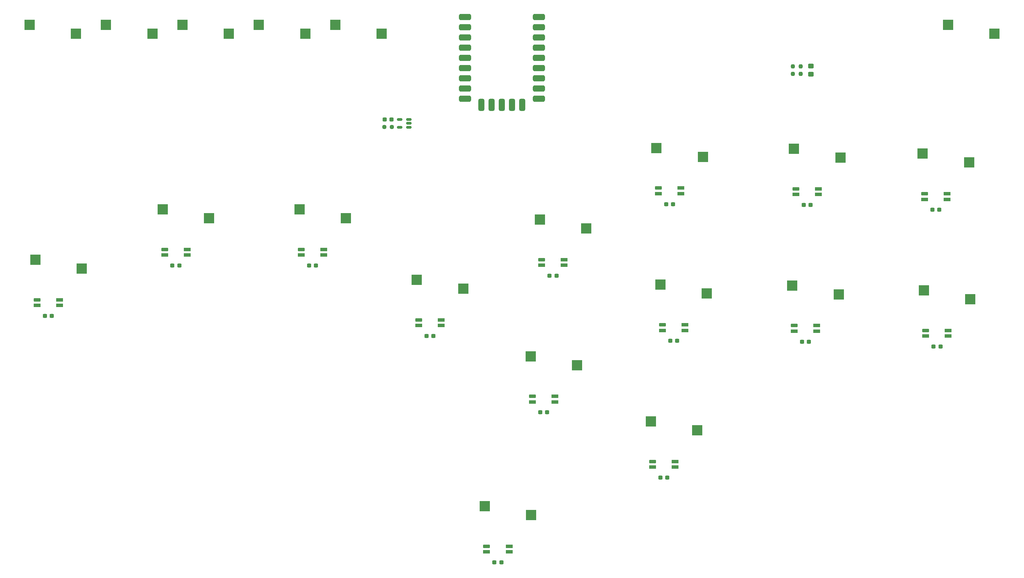
<source format=gbp>
G04 #@! TF.GenerationSoftware,KiCad,Pcbnew,8.0.4*
G04 #@! TF.CreationDate,2024-10-27T13:40:52+07:00*
G04 #@! TF.ProjectId,ShinA4,5368696e-4134-42e6-9b69-6361645f7063,rev?*
G04 #@! TF.SameCoordinates,Original*
G04 #@! TF.FileFunction,Paste,Bot*
G04 #@! TF.FilePolarity,Positive*
%FSLAX46Y46*%
G04 Gerber Fmt 4.6, Leading zero omitted, Abs format (unit mm)*
G04 Created by KiCad (PCBNEW 8.0.4) date 2024-10-27 13:40:52*
%MOMM*%
%LPD*%
G01*
G04 APERTURE LIST*
G04 Aperture macros list*
%AMRoundRect*
0 Rectangle with rounded corners*
0 $1 Rounding radius*
0 $2 $3 $4 $5 $6 $7 $8 $9 X,Y pos of 4 corners*
0 Add a 4 corners polygon primitive as box body*
4,1,4,$2,$3,$4,$5,$6,$7,$8,$9,$2,$3,0*
0 Add four circle primitives for the rounded corners*
1,1,$1+$1,$2,$3*
1,1,$1+$1,$4,$5*
1,1,$1+$1,$6,$7*
1,1,$1+$1,$8,$9*
0 Add four rect primitives between the rounded corners*
20,1,$1+$1,$2,$3,$4,$5,0*
20,1,$1+$1,$4,$5,$6,$7,0*
20,1,$1+$1,$6,$7,$8,$9,0*
20,1,$1+$1,$8,$9,$2,$3,0*%
G04 Aperture macros list end*
%ADD10R,2.600000X2.600000*%
%ADD11RoundRect,0.381000X1.119000X0.381000X-1.119000X0.381000X-1.119000X-0.381000X1.119000X-0.381000X0*%
%ADD12RoundRect,0.381000X0.381000X-1.119000X0.381000X1.119000X-0.381000X1.119000X-0.381000X-1.119000X0*%
%ADD13R,1.700000X0.825000*%
%ADD14RoundRect,0.206250X-0.643750X-0.206250X0.643750X-0.206250X0.643750X0.206250X-0.643750X0.206250X0*%
%ADD15RoundRect,0.237500X0.300000X0.237500X-0.300000X0.237500X-0.300000X-0.237500X0.300000X-0.237500X0*%
%ADD16RoundRect,0.237500X-0.237500X0.250000X-0.237500X-0.250000X0.237500X-0.250000X0.237500X0.250000X0*%
%ADD17RoundRect,0.237500X0.250000X0.237500X-0.250000X0.237500X-0.250000X-0.237500X0.250000X-0.237500X0*%
%ADD18RoundRect,0.150000X0.512500X0.150000X-0.512500X0.150000X-0.512500X-0.150000X0.512500X-0.150000X0*%
%ADD19RoundRect,0.250000X-0.450000X0.325000X-0.450000X-0.325000X0.450000X-0.325000X0.450000X0.325000X0*%
G04 APERTURE END LIST*
D10*
X-60475000Y98450000D03*
X-48925000Y96250000D03*
X-116075000Y40050000D03*
X-104525000Y37850000D03*
X104921000Y32424000D03*
X116471000Y30224000D03*
X-84375000Y52550000D03*
X-72825000Y50350000D03*
X-4291000Y-21266000D03*
X7259000Y-23466000D03*
X7114000Y16032000D03*
X18664000Y13832000D03*
X37004000Y-172000D03*
X48554000Y-2372000D03*
X72216000Y33624000D03*
X83766000Y31424000D03*
X-79475000Y98450000D03*
X-67925000Y96250000D03*
X9419000Y50032000D03*
X20969000Y47832000D03*
X110925000Y98450000D03*
X122475000Y96250000D03*
X-50375000Y52550000D03*
X-38825000Y50350000D03*
X38421000Y67828000D03*
X49971000Y65628000D03*
X-41475000Y98450000D03*
X-29925000Y96250000D03*
X-98475000Y98450000D03*
X-86925000Y96250000D03*
X72621000Y67624000D03*
X84171000Y65424000D03*
X39416000Y33828000D03*
X50966000Y31628000D03*
D11*
X9160000Y100440000D03*
X9160000Y97900000D03*
X9160000Y95360000D03*
X9160000Y92820000D03*
X9160000Y90280000D03*
X9160000Y87740000D03*
X9160000Y85200000D03*
X9160000Y82660000D03*
X9160000Y80120000D03*
D12*
X5080000Y78580000D03*
X2540000Y78580000D03*
X0Y78580000D03*
X-2540000Y78580000D03*
X-5080000Y78580000D03*
D11*
X-9160000Y80120000D03*
X-9160000Y82660000D03*
X-9160000Y85200000D03*
X-9160000Y87740000D03*
X-9160000Y90280000D03*
X-9160000Y92820000D03*
X-9160000Y95360000D03*
X-9160000Y100440000D03*
X-9160000Y97900000D03*
D10*
X-21183000Y35036000D03*
X-9633000Y32836000D03*
X104621000Y66424000D03*
X116171000Y64224000D03*
X-117475000Y98450000D03*
X-105925000Y96250000D03*
D13*
X-44300000Y41200000D03*
X-44300000Y42600000D03*
D14*
X-49900000Y42600000D03*
D13*
X-49900000Y41200000D03*
D15*
X43553500Y19878000D03*
X41828500Y19878000D03*
D13*
X13189000Y4682000D03*
X13189000Y6082000D03*
D14*
X7589000Y6082000D03*
D13*
X7589000Y4682000D03*
D15*
X42558500Y53878000D03*
X40833500Y53878000D03*
D13*
X44496000Y56478000D03*
X44496000Y57878000D03*
D14*
X38896000Y57878000D03*
D13*
X38896000Y56478000D03*
X-78300000Y41200000D03*
X-78300000Y42600000D03*
D14*
X-83900000Y42600000D03*
D13*
X-83900000Y41200000D03*
D16*
X72330000Y88132500D03*
X72330000Y86307500D03*
D13*
X1784000Y-32616000D03*
X1784000Y-31216000D03*
D14*
X-3816000Y-31216000D03*
D13*
X-3816000Y-32616000D03*
D15*
X109058500Y18474000D03*
X107333500Y18474000D03*
D13*
X78696000Y56274000D03*
X78696000Y57674000D03*
D14*
X73096000Y57674000D03*
D13*
X73096000Y56274000D03*
X-110000000Y28700000D03*
X-110000000Y30100000D03*
D14*
X-115600000Y30100000D03*
D13*
X-115600000Y28700000D03*
D17*
X-27407500Y73040000D03*
X-29232500Y73040000D03*
D13*
X110996000Y21074000D03*
X110996000Y22474000D03*
D14*
X105396000Y22474000D03*
D13*
X105396000Y21074000D03*
D18*
X-23182500Y74912500D03*
X-23182500Y73962500D03*
X-23182500Y73012500D03*
X-25457500Y73012500D03*
X-25457500Y74912500D03*
D15*
X-46237500Y38600000D03*
X-47962500Y38600000D03*
X-27457500Y74940000D03*
X-29182500Y74940000D03*
X-80237500Y38600000D03*
X-81962500Y38600000D03*
D19*
X76830000Y88245000D03*
X76830000Y86195000D03*
D13*
X78291000Y22274000D03*
X78291000Y23674000D03*
D14*
X72691000Y23674000D03*
D13*
X72691000Y22274000D03*
D15*
X13556500Y36082000D03*
X11831500Y36082000D03*
X-111937500Y26100000D03*
X-113662500Y26100000D03*
D13*
X45491000Y22478000D03*
X45491000Y23878000D03*
D14*
X39891000Y23878000D03*
D13*
X39891000Y22478000D03*
D16*
X74330000Y88132500D03*
X74330000Y86307500D03*
D15*
X76353500Y19674000D03*
X74628500Y19674000D03*
D13*
X110696000Y55074000D03*
X110696000Y56474000D03*
D14*
X105096000Y56474000D03*
D13*
X105096000Y55074000D03*
X-15108000Y23686000D03*
X-15108000Y25086000D03*
D14*
X-20708000Y25086000D03*
D13*
X-20708000Y23686000D03*
D15*
X108758500Y52474000D03*
X107033500Y52474000D03*
D13*
X15494000Y38682000D03*
X15494000Y40082000D03*
D14*
X9894000Y40082000D03*
D13*
X9894000Y38682000D03*
D15*
X-153500Y-35216000D03*
X-1878500Y-35216000D03*
X-17045500Y21086000D03*
X-18770500Y21086000D03*
X76758500Y53674000D03*
X75033500Y53674000D03*
X11251500Y2082000D03*
X9526500Y2082000D03*
D13*
X43079000Y-11522000D03*
X43079000Y-10122000D03*
D14*
X37479000Y-10122000D03*
D13*
X37479000Y-11522000D03*
D15*
X41141500Y-14122000D03*
X39416500Y-14122000D03*
M02*

</source>
